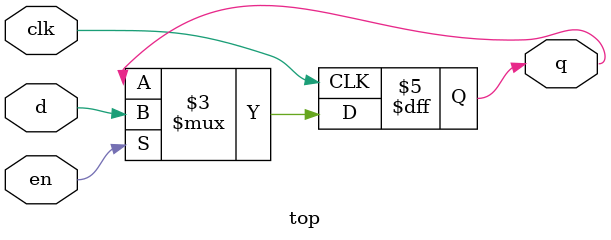
<source format=v>
module top(
    input d,
    input clk,
    input en,
    output reg q
);
    initial q = 1'b0;
    always @(posedge clk) begin
       if (en)
          q <= d;
    end
endmodule

</source>
